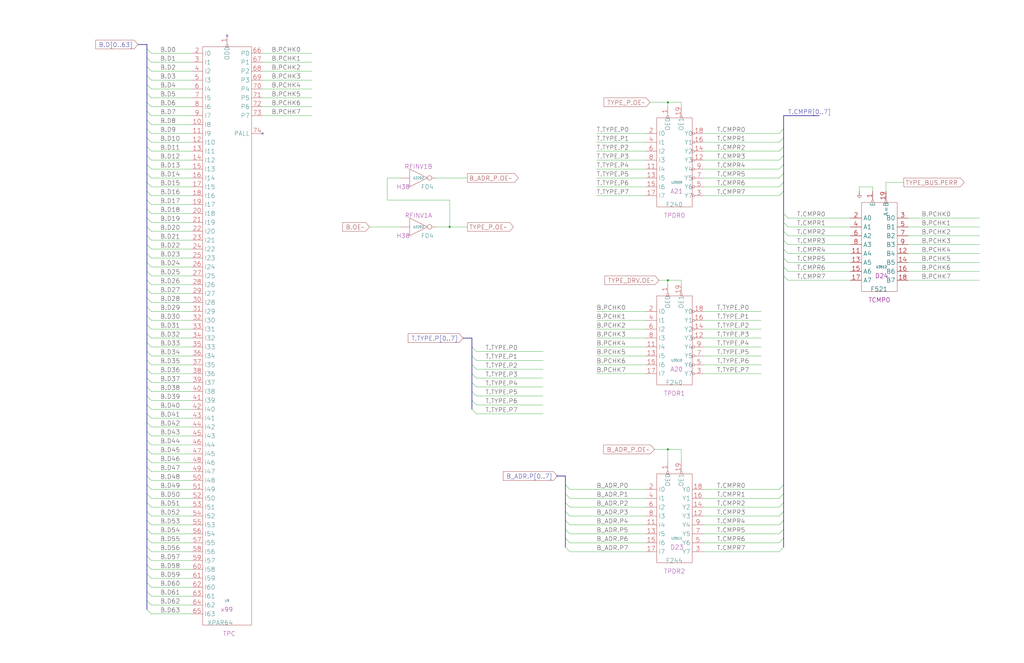
<source format=kicad_sch>
(kicad_sch (version 20230121) (generator eeschema)
  (paper "User" 584.2 378.46)
  (title_block (title "TYPE DRIVERS AND RECEIVERS\\nPARITY") (date "15-MAR-90") (rev "1.0") (comment 1 "TYPE") (comment 2 "232-003062") (comment 3 "S400") (comment 4 "RELEASED"))
  (lib_symbols
    (symbol "r1000:F04" (pin_numbers hide) (pin_names hide)
      (property "Reference" "U" (at 0 0 0))
      (property "Value" "F04" (at 1.27 -5.08 0))
      (property "Location" "___" (at -12.7 -5.08 0))
      (property "Name" "______" (at 0 5.08 0))
      (symbol "F04_0_1"
        (polyline (pts (xy -7.62 0) (xy -5.08 0)) (stroke (width 0.1524)))
        (polyline (pts (xy -5.08 5.08) (xy -5.08 -5.08)) (stroke (width 0.1524)))
        (polyline (pts (xy 5.08 0) (xy -5.08 -5.08)) (stroke (width 0.1524)))
        (polyline (pts (xy 5.08 0) (xy -5.08 5.08)) (stroke (width 0.1524)))
        (circle (center 6.35 0) (radius 1.27) (stroke (width 0.1524)))
      )
      (symbol "F04_1_1"
        (pin input line (at -10.16 0 0) (length 2.54) (name "D0") (number "1"))
        (pin output line (at 10.16 0 180) (length 2.54) (name "Q") (number "2"))
      )
    )
    (symbol "r1000:F240" (pin_names (offset 1.016))
      (property "Reference" "U" (at 2.54 5.08 0))
      (property "Value" "F240" (at -3.81 -7.62 0))
      (property "Location" "___" (at -1.27 0 0))
      (property "Name" "______" (at 1.27 -15.24 0))
      (symbol "F240_1_1"
        (rectangle (start -8.89 41.91) (end 11.43 -8.89))
        (circle (center -2.54 42.545) (radius 0.635))
        (circle (center 5.08 42.545) (radius 0.635))
        (circle (center 12.065 -2.54) (radius 0.635))
        (circle (center 12.065 2.54) (radius 0.635))
        (circle (center 12.065 7.62) (radius 0.635))
        (circle (center 12.065 12.7) (radius 0.635))
        (circle (center 12.065 17.78) (radius 0.635))
        (circle (center 12.065 22.86) (radius 0.635))
        (circle (center 12.065 27.94) (radius 0.635))
        (circle (center 12.065 33.02) (radius 0.635))
        (pin input line (at -2.54 48.26 270) (length 5.08) (name "OE0") (number "1"))
        (pin input line (at -15.24 12.7 0) (length 6.35) (name "I4") (number "11"))
        (pin tri_state line (at 17.78 17.78 180) (length 5.08) (name "Y3") (number "12"))
        (pin input line (at -15.24 7.62 0) (length 6.35) (name "I5") (number "13"))
        (pin tri_state line (at 17.78 22.86 180) (length 5.08) (name "Y2") (number "14"))
        (pin input line (at -15.24 2.54 0) (length 6.35) (name "I6") (number "15"))
        (pin tri_state line (at 17.78 27.94 180) (length 5.08) (name "Y1") (number "16"))
        (pin input line (at -15.24 -2.54 0) (length 6.35) (name "I7") (number "17"))
        (pin tri_state line (at 17.78 33.02 180) (length 5.08) (name "Y0") (number "18"))
        (pin input line (at 5.08 48.26 270) (length 5.08) (name "OE1") (number "19"))
        (pin input line (at -15.24 33.02 0) (length 6.35) (name "I0") (number "2"))
        (pin tri_state line (at 17.78 -2.54 180) (length 5.08) (name "Y7") (number "3"))
        (pin input line (at -15.24 27.94 0) (length 6.35) (name "I1") (number "4"))
        (pin tri_state line (at 17.78 2.54 180) (length 5.08) (name "Y6") (number "5"))
        (pin input line (at -15.24 22.86 0) (length 6.35) (name "I2") (number "6"))
        (pin tri_state line (at 17.78 7.62 180) (length 5.08) (name "Y5") (number "7"))
        (pin input line (at -15.24 17.78 0) (length 6.35) (name "I3") (number "8"))
        (pin tri_state line (at 17.78 12.7 180) (length 5.08) (name "Y4") (number "9"))
      )
    )
    (symbol "r1000:F244" (pin_names (offset 1.016))
      (property "Reference" "U" (at 2.54 5.08 0))
      (property "Value" "F244" (at -3.81 -7.62 0))
      (property "Location" "___" (at -1.27 0 0))
      (property "Name" "______" (at 1.27 -15.24 0))
      (symbol "F244_1_1"
        (rectangle (start -8.89 41.91) (end 11.43 -8.89))
        (circle (center -2.54 42.545) (radius 0.635))
        (circle (center 5.08 42.545) (radius 0.635))
        (pin input line (at -2.54 48.26 270) (length 5.08) (name "OE0") (number "1"))
        (pin input line (at -15.24 12.7 0) (length 6.35) (name "I4") (number "11"))
        (pin tri_state line (at 17.78 17.78 180) (length 6.35) (name "Y3") (number "12"))
        (pin input line (at -15.24 7.62 0) (length 6.35) (name "I5") (number "13"))
        (pin tri_state line (at 17.78 22.86 180) (length 6.35) (name "Y2") (number "14"))
        (pin input line (at -15.24 2.54 0) (length 6.35) (name "I6") (number "15"))
        (pin tri_state line (at 17.78 27.94 180) (length 6.35) (name "Y1") (number "16"))
        (pin input line (at -15.24 -2.54 0) (length 6.35) (name "I7") (number "17"))
        (pin tri_state line (at 17.78 33.02 180) (length 6.35) (name "Y0") (number "18"))
        (pin input line (at 5.08 48.26 270) (length 5.08) (name "OE1") (number "19"))
        (pin input line (at -15.24 33.02 0) (length 6.35) (name "I0") (number "2"))
        (pin tri_state line (at 17.78 -2.54 180) (length 6.35) (name "Y7") (number "3"))
        (pin input line (at -15.24 27.94 0) (length 6.35) (name "I1") (number "4"))
        (pin tri_state line (at 17.78 2.54 180) (length 6.35) (name "Y6") (number "5"))
        (pin input line (at -15.24 22.86 0) (length 6.35) (name "I2") (number "6"))
        (pin tri_state line (at 17.78 7.62 180) (length 6.35) (name "Y5") (number "7"))
        (pin input line (at -15.24 17.78 0) (length 6.35) (name "I3") (number "8"))
        (pin tri_state line (at 17.78 12.7 180) (length 6.35) (name "Y4") (number "9"))
      )
    )
    (symbol "r1000:F521" (pin_names (offset 1.016))
      (property "Reference" "U" (at 2.54 5.08 0))
      (property "Value" "F521" (at -3.81 -7.62 0))
      (property "Location" "___" (at -1.27 0 0))
      (property "Name" "______" (at 1.27 -15.24 0))
      (symbol "F521_1_1"
        (rectangle (start -8.89 41.91) (end 11.43 -8.89))
        (circle (center -2.54 42.545) (radius 0.635))
        (circle (center 5.08 42.545) (radius 0.635))
        (pin input line (at -2.54 48.26 270) (length 5.08) (name "E") (number "1"))
        (pin input line (at -15.24 12.7 0) (length 6.35) (name "A4") (number "11"))
        (pin input line (at 17.78 12.7 180) (length 6.35) (name "B4") (number "12"))
        (pin input line (at -15.24 7.62 0) (length 6.35) (name "A5") (number "13"))
        (pin input line (at 17.78 7.62 180) (length 6.35) (name "B5") (number "14"))
        (pin input line (at -15.24 2.54 0) (length 6.35) (name "A6") (number "15"))
        (pin input line (at 17.78 2.54 180) (length 6.35) (name "B6") (number "16"))
        (pin input line (at -15.24 -2.54 0) (length 6.35) (name "A7") (number "17"))
        (pin input line (at 17.78 -2.54 180) (length 6.35) (name "B7") (number "18"))
        (pin output line (at 5.08 48.26 270) (length 5.08) (name "A=B") (number "19"))
        (pin input line (at -15.24 33.02 0) (length 6.35) (name "A0") (number "2"))
        (pin input line (at 17.78 33.02 180) (length 6.35) (name "B0") (number "3"))
        (pin input line (at -15.24 27.94 0) (length 6.35) (name "A1") (number "4"))
        (pin input line (at 17.78 27.94 180) (length 6.35) (name "B1") (number "5"))
        (pin input line (at -15.24 22.86 0) (length 6.35) (name "A2") (number "6"))
        (pin input line (at 17.78 22.86 180) (length 6.35) (name "B2") (number "7"))
        (pin input line (at -15.24 17.78 0) (length 6.35) (name "A3") (number "8"))
        (pin input line (at 17.78 17.78 180) (length 6.35) (name "B3") (number "9"))
      )
    )
    (symbol "r1000:PD" (power) (pin_numbers hide) (pin_names hide) (in_bom no)
      (symbol "PD_0_1"
        (polyline (pts (xy 0 -2.54) (xy 1.27 -2.54) (xy 0 -3.81) (xy -1.27 -2.54) (xy 0 -2.54)) (stroke (width 0.1524)))
      )
      (symbol "PD_1_1"
        (pin power_in line (at 0 0 270) (length 2.54) (name "PD") (number "1"))
      )
    )
    (symbol "r1000:XPAR64" (pin_names (offset 1.016))
      (property "Reference" "U" (at 2.54 5.08 0))
      (property "Value" "XPAR64" (at -8.89 -7.62 0))
      (property "Location" "___" (at -1.27 0 0))
      (property "Name" "______" (at 3.81 -15.24 0))
      (symbol "XPAR64_1_1"
        (rectangle (start -11.43 321.31) (end 16.51 -8.89))
        (circle (center 2.54 321.945) (radius 0.635))
        (pin input line (at 2.54 327.66 270) (length 5.08) (name "ODD") (number "1"))
        (pin input line (at -17.78 276.86 0) (length 6.35) (name "I8") (number "10"))
        (pin input line (at -17.78 271.78 0) (length 6.35) (name "I9") (number "11"))
        (pin input line (at -17.78 266.7 0) (length 6.35) (name "I10") (number "12"))
        (pin input line (at -17.78 261.62 0) (length 6.35) (name "I11") (number "13"))
        (pin input line (at -17.78 256.54 0) (length 6.35) (name "I12") (number "14"))
        (pin input line (at -17.78 251.46 0) (length 6.35) (name "I13") (number "15"))
        (pin input line (at -17.78 246.38 0) (length 6.35) (name "I14") (number "16"))
        (pin input line (at -17.78 241.3 0) (length 6.35) (name "I15") (number "17"))
        (pin input line (at -17.78 236.22 0) (length 6.35) (name "I16") (number "18"))
        (pin input line (at -17.78 231.14 0) (length 6.35) (name "I17") (number "19"))
        (pin input line (at -17.78 317.5 0) (length 6.35) (name "I0") (number "2"))
        (pin input line (at -17.78 226.06 0) (length 6.35) (name "I18") (number "20"))
        (pin input line (at -17.78 220.98 0) (length 6.35) (name "I19") (number "21"))
        (pin input line (at -17.78 215.9 0) (length 6.35) (name "I20") (number "22"))
        (pin input line (at -17.78 210.82 0) (length 6.35) (name "I21") (number "23"))
        (pin input line (at -17.78 205.74 0) (length 6.35) (name "I22") (number "24"))
        (pin input line (at -17.78 200.66 0) (length 6.35) (name "I23") (number "25"))
        (pin input line (at -17.78 195.58 0) (length 6.35) (name "I24") (number "26"))
        (pin input line (at -17.78 190.5 0) (length 6.35) (name "I25") (number "27"))
        (pin input line (at -17.78 185.42 0) (length 6.35) (name "I26") (number "28"))
        (pin input line (at -17.78 180.34 0) (length 6.35) (name "I27") (number "29"))
        (pin input line (at -17.78 312.42 0) (length 6.35) (name "I1") (number "3"))
        (pin input line (at -17.78 175.26 0) (length 6.35) (name "I28") (number "30"))
        (pin input line (at -17.78 170.18 0) (length 6.35) (name "I29") (number "31"))
        (pin input line (at -17.78 165.1 0) (length 6.35) (name "I30") (number "32"))
        (pin input line (at -17.78 160.02 0) (length 6.35) (name "I31") (number "33"))
        (pin input line (at -17.78 154.94 0) (length 6.35) (name "I32") (number "34"))
        (pin input line (at -17.78 149.86 0) (length 6.35) (name "I33") (number "35"))
        (pin input line (at -17.78 144.78 0) (length 6.35) (name "I34") (number "36"))
        (pin input line (at -17.78 139.7 0) (length 6.35) (name "I35") (number "37"))
        (pin input line (at -17.78 134.62 0) (length 6.35) (name "I36") (number "38"))
        (pin input line (at -17.78 129.54 0) (length 6.35) (name "I37") (number "39"))
        (pin input line (at -17.78 307.34 0) (length 6.35) (name "I2") (number "4"))
        (pin input line (at -17.78 124.46 0) (length 6.35) (name "I38") (number "40"))
        (pin input line (at -17.78 119.38 0) (length 6.35) (name "I39") (number "41"))
        (pin input line (at -17.78 114.3 0) (length 6.35) (name "I40") (number "42"))
        (pin input line (at -17.78 109.22 0) (length 6.35) (name "I41") (number "43"))
        (pin input line (at -17.78 104.14 0) (length 6.35) (name "I42") (number "44"))
        (pin input line (at -17.78 99.06 0) (length 6.35) (name "I43") (number "45"))
        (pin input line (at -17.78 93.98 0) (length 6.35) (name "I44") (number "46"))
        (pin input line (at -17.78 88.9 0) (length 6.35) (name "I45") (number "47"))
        (pin input line (at -17.78 83.82 0) (length 6.35) (name "I46") (number "48"))
        (pin input line (at -17.78 78.74 0) (length 6.35) (name "I47") (number "49"))
        (pin input line (at -17.78 302.26 0) (length 6.35) (name "I3") (number "5"))
        (pin input line (at -17.78 73.66 0) (length 6.35) (name "I48") (number "50"))
        (pin input line (at -17.78 68.58 0) (length 6.35) (name "I49") (number "51"))
        (pin input line (at -17.78 63.5 0) (length 6.35) (name "I50") (number "52"))
        (pin input line (at -17.78 58.42 0) (length 6.35) (name "I51") (number "53"))
        (pin input line (at -17.78 53.34 0) (length 6.35) (name "I52") (number "54"))
        (pin input line (at -17.78 48.26 0) (length 6.35) (name "I53") (number "55"))
        (pin input line (at -17.78 43.18 0) (length 6.35) (name "I54") (number "56"))
        (pin input line (at -17.78 38.1 0) (length 6.35) (name "I55") (number "57"))
        (pin input line (at -17.78 33.02 0) (length 6.35) (name "I56") (number "58"))
        (pin input line (at -17.78 27.94 0) (length 6.35) (name "I57") (number "59"))
        (pin input line (at -17.78 297.18 0) (length 6.35) (name "I4") (number "6"))
        (pin input line (at -17.78 22.86 0) (length 6.35) (name "I58") (number "60"))
        (pin input line (at -17.78 17.78 0) (length 6.35) (name "I59") (number "61"))
        (pin input line (at -17.78 12.7 0) (length 6.35) (name "I60") (number "62"))
        (pin input line (at -17.78 7.62 0) (length 6.35) (name "I61") (number "63"))
        (pin input line (at -17.78 2.54 0) (length 6.35) (name "I62") (number "64"))
        (pin input line (at -17.78 -2.54 0) (length 6.35) (name "I63") (number "65"))
        (pin output line (at 22.86 317.5 180) (length 6.35) (name "P0") (number "66"))
        (pin output line (at 22.86 312.42 180) (length 6.35) (name "P1") (number "67"))
        (pin output line (at 22.86 307.34 180) (length 6.35) (name "P2") (number "68"))
        (pin output line (at 22.86 302.26 180) (length 6.35) (name "P3") (number "69"))
        (pin input line (at -17.78 292.1 0) (length 6.35) (name "I5") (number "7"))
        (pin output line (at 22.86 297.18 180) (length 6.35) (name "P4") (number "70"))
        (pin output line (at 22.86 292.1 180) (length 6.35) (name "P5") (number "71"))
        (pin output line (at 22.86 287.02 180) (length 6.35) (name "P6") (number "72"))
        (pin output line (at 22.86 281.94 180) (length 6.35) (name "P7") (number "73"))
        (pin output line (at 22.86 271.78 180) (length 6.35) (name "PALL") (number "74"))
        (pin input line (at -17.78 287.02 0) (length 6.35) (name "I6") (number "8"))
        (pin input line (at -17.78 281.94 0) (length 6.35) (name "I7") (number "9"))
      )
    )
  )
  (junction (at 381 256.54))
  (junction (at 381 160.02))
  (junction (at 381 58.42))
  (junction (at 256.54 129.54))
  (no_connect (at 129.54 20.32))
  (no_connect (at 149.86 76.2))
  (bus_entry (at 83.82 149.86) (size 2.54 2.54))
  (bus_entry (at 447.04 152.4) (size 2.54 2.54))
  (bus_entry (at 83.82 144.78) (size 2.54 2.54))
  (bus_entry (at 83.82 195.58) (size 2.54 2.54))
  (bus_entry (at 269.24 228.6) (size 2.54 2.54))
  (bus_entry (at 447.04 73.66) (size -2.54 2.54))
  (bus_entry (at 83.82 48.26) (size 2.54 2.54))
  (bus_entry (at 83.82 170.18) (size 2.54 2.54))
  (bus_entry (at 447.04 276.86) (size -2.54 2.54))
  (bus_entry (at 83.82 261.62) (size 2.54 2.54))
  (bus_entry (at 83.82 241.3) (size 2.54 2.54))
  (bus_entry (at 83.82 266.7) (size 2.54 2.54))
  (bus_entry (at 447.04 312.42) (size -2.54 2.54))
  (bus_entry (at 447.04 297.18) (size -2.54 2.54))
  (bus_entry (at 322.58 307.34) (size 2.54 2.54))
  (bus_entry (at 447.04 137.16) (size 2.54 2.54))
  (bus_entry (at 83.82 109.22) (size 2.54 2.54))
  (bus_entry (at 447.04 104.14) (size -2.54 2.54))
  (bus_entry (at 269.24 213.36) (size 2.54 2.54))
  (bus_entry (at 447.04 292.1) (size -2.54 2.54))
  (bus_entry (at 83.82 231.14) (size 2.54 2.54))
  (bus_entry (at 322.58 292.1) (size 2.54 2.54))
  (bus_entry (at 83.82 220.98) (size 2.54 2.54))
  (bus_entry (at 269.24 208.28) (size 2.54 2.54))
  (bus_entry (at 83.82 292.1) (size 2.54 2.54))
  (bus_entry (at 83.82 226.06) (size 2.54 2.54))
  (bus_entry (at 83.82 307.34) (size 2.54 2.54))
  (bus_entry (at 322.58 297.18) (size 2.54 2.54))
  (bus_entry (at 83.82 53.34) (size 2.54 2.54))
  (bus_entry (at 83.82 114.3) (size 2.54 2.54))
  (bus_entry (at 447.04 307.34) (size -2.54 2.54))
  (bus_entry (at 83.82 236.22) (size 2.54 2.54))
  (bus_entry (at 83.82 322.58) (size 2.54 2.54))
  (bus_entry (at 83.82 205.74) (size 2.54 2.54))
  (bus_entry (at 269.24 223.52) (size 2.54 2.54))
  (bus_entry (at 447.04 302.26) (size -2.54 2.54))
  (bus_entry (at 83.82 58.42) (size 2.54 2.54))
  (bus_entry (at 447.04 132.08) (size 2.54 2.54))
  (bus_entry (at 269.24 218.44) (size 2.54 2.54))
  (bus_entry (at 447.04 109.22) (size -2.54 2.54))
  (bus_entry (at 83.82 327.66) (size 2.54 2.54))
  (bus_entry (at 83.82 200.66) (size 2.54 2.54))
  (bus_entry (at 447.04 93.98) (size -2.54 2.54))
  (bus_entry (at 83.82 99.06) (size 2.54 2.54))
  (bus_entry (at 83.82 276.86) (size 2.54 2.54))
  (bus_entry (at 447.04 287.02) (size -2.54 2.54))
  (bus_entry (at 83.82 190.5) (size 2.54 2.54))
  (bus_entry (at 447.04 142.24) (size 2.54 2.54))
  (bus_entry (at 83.82 68.58) (size 2.54 2.54))
  (bus_entry (at 83.82 124.46) (size 2.54 2.54))
  (bus_entry (at 83.82 165.1) (size 2.54 2.54))
  (bus_entry (at 322.58 312.42) (size 2.54 2.54))
  (bus_entry (at 83.82 83.82) (size 2.54 2.54))
  (bus_entry (at 269.24 233.68) (size 2.54 2.54))
  (bus_entry (at 83.82 210.82) (size 2.54 2.54))
  (bus_entry (at 447.04 99.06) (size -2.54 2.54))
  (bus_entry (at 83.82 180.34) (size 2.54 2.54))
  (bus_entry (at 83.82 302.26) (size 2.54 2.54))
  (bus_entry (at 269.24 198.12) (size 2.54 2.54))
  (bus_entry (at 83.82 73.66) (size 2.54 2.54))
  (bus_entry (at 83.82 27.94) (size 2.54 2.54))
  (bus_entry (at 83.82 342.9) (size 2.54 2.54))
  (bus_entry (at 83.82 332.74) (size 2.54 2.54))
  (bus_entry (at 83.82 287.02) (size 2.54 2.54))
  (bus_entry (at 83.82 154.94) (size 2.54 2.54))
  (bus_entry (at 83.82 160.02) (size 2.54 2.54))
  (bus_entry (at 83.82 337.82) (size 2.54 2.54))
  (bus_entry (at 83.82 104.14) (size 2.54 2.54))
  (bus_entry (at 447.04 281.94) (size -2.54 2.54))
  (bus_entry (at 83.82 38.1) (size 2.54 2.54))
  (bus_entry (at 447.04 83.82) (size -2.54 2.54))
  (bus_entry (at 83.82 317.5) (size 2.54 2.54))
  (bus_entry (at 269.24 203.2) (size 2.54 2.54))
  (bus_entry (at 322.58 302.26) (size 2.54 2.54))
  (bus_entry (at 447.04 121.92) (size 2.54 2.54))
  (bus_entry (at 83.82 139.7) (size 2.54 2.54))
  (bus_entry (at 83.82 256.54) (size 2.54 2.54))
  (bus_entry (at 447.04 157.48) (size 2.54 2.54))
  (bus_entry (at 83.82 175.26) (size 2.54 2.54))
  (bus_entry (at 83.82 33.02) (size 2.54 2.54))
  (bus_entry (at 447.04 127) (size 2.54 2.54))
  (bus_entry (at 83.82 119.38) (size 2.54 2.54))
  (bus_entry (at 83.82 271.78) (size 2.54 2.54))
  (bus_entry (at 83.82 281.94) (size 2.54 2.54))
  (bus_entry (at 83.82 78.74) (size 2.54 2.54))
  (bus_entry (at 83.82 215.9) (size 2.54 2.54))
  (bus_entry (at 83.82 246.38) (size 2.54 2.54))
  (bus_entry (at 322.58 287.02) (size 2.54 2.54))
  (bus_entry (at 83.82 43.18) (size 2.54 2.54))
  (bus_entry (at 322.58 281.94) (size 2.54 2.54))
  (bus_entry (at 83.82 88.9) (size 2.54 2.54))
  (bus_entry (at 83.82 134.62) (size 2.54 2.54))
  (bus_entry (at 83.82 63.5) (size 2.54 2.54))
  (bus_entry (at 447.04 78.74) (size -2.54 2.54))
  (bus_entry (at 83.82 347.98) (size 2.54 2.54))
  (bus_entry (at 447.04 147.32) (size 2.54 2.54))
  (bus_entry (at 83.82 297.18) (size 2.54 2.54))
  (bus_entry (at 322.58 276.86) (size 2.54 2.54))
  (bus_entry (at 83.82 251.46) (size 2.54 2.54))
  (bus_entry (at 83.82 129.54) (size 2.54 2.54))
  (bus_entry (at 447.04 88.9) (size -2.54 2.54))
  (bus_entry (at 83.82 93.98) (size 2.54 2.54))
  (bus_entry (at 83.82 312.42) (size 2.54 2.54))
  (bus_entry (at 83.82 185.42) (size 2.54 2.54))
  (wire (pts (xy 109.22 304.8) (xy 86.36 304.8)))
  (wire (pts (xy 220.98 101.6) (xy 220.98 114.3)))
  (bus (pts (xy 447.04 109.22) (xy 447.04 121.92)))
  (bus (pts (xy 447.04 88.9) (xy 447.04 93.98)))
  (bus (pts (xy 83.82 88.9) (xy 83.82 93.98)))
  (bus (pts (xy 83.82 149.86) (xy 83.82 154.94)))
  (bus (pts (xy 269.24 203.2) (xy 269.24 208.28)))
  (wire (pts (xy 109.22 335.28) (xy 86.36 335.28)))
  (wire (pts (xy 401.32 309.88) (xy 444.5 309.88)))
  (wire (pts (xy 325.12 304.8) (xy 368.3 304.8)))
  (bus (pts (xy 269.24 208.28) (xy 269.24 213.36)))
  (bus (pts (xy 83.82 297.18) (xy 83.82 302.26)))
  (wire (pts (xy 340.36 96.52) (xy 368.3 96.52)))
  (bus (pts (xy 264.16 193.04) (xy 269.24 193.04)))
  (bus (pts (xy 83.82 276.86) (xy 83.82 281.94)))
  (bus (pts (xy 447.04 121.92) (xy 447.04 127)))
  (wire (pts (xy 109.22 182.88) (xy 86.36 182.88)))
  (bus (pts (xy 83.82 25.4) (xy 83.82 27.94)))
  (bus (pts (xy 83.82 292.1) (xy 83.82 297.18)))
  (bus (pts (xy 83.82 281.94) (xy 83.82 287.02)))
  (bus (pts (xy 83.82 139.7) (xy 83.82 144.78)))
  (wire (pts (xy 401.32 101.6) (xy 444.5 101.6)))
  (bus (pts (xy 83.82 312.42) (xy 83.82 317.5)))
  (wire (pts (xy 518.16 149.86) (xy 558.8 149.86)))
  (bus (pts (xy 83.82 251.46) (xy 83.82 256.54)))
  (bus (pts (xy 83.82 342.9) (xy 83.82 347.98)))
  (bus (pts (xy 83.82 124.46) (xy 83.82 129.54)))
  (wire (pts (xy 109.22 279.4) (xy 86.36 279.4)))
  (bus (pts (xy 447.04 99.06) (xy 447.04 104.14)))
  (wire (pts (xy 109.22 147.32) (xy 86.36 147.32)))
  (wire (pts (xy 381 160.02) (xy 388.62 160.02)))
  (wire (pts (xy 271.78 226.06) (xy 309.88 226.06)))
  (bus (pts (xy 322.58 302.26) (xy 322.58 307.34)))
  (bus (pts (xy 83.82 43.18) (xy 83.82 48.26)))
  (bus (pts (xy 83.82 63.5) (xy 83.82 68.58)))
  (bus (pts (xy 83.82 205.74) (xy 83.82 210.82)))
  (wire (pts (xy 109.22 198.12) (xy 86.36 198.12)))
  (wire (pts (xy 401.32 289.56) (xy 444.5 289.56)))
  (bus (pts (xy 83.82 114.3) (xy 83.82 119.38)))
  (wire (pts (xy 109.22 299.72) (xy 86.36 299.72)))
  (wire (pts (xy 340.36 203.2) (xy 368.3 203.2)))
  (bus (pts (xy 83.82 246.38) (xy 83.82 251.46)))
  (wire (pts (xy 149.86 55.88) (xy 177.8 55.88)))
  (wire (pts (xy 449.58 134.62) (xy 485.14 134.62)))
  (wire (pts (xy 518.16 160.02) (xy 558.8 160.02)))
  (wire (pts (xy 375.92 160.02) (xy 381 160.02)))
  (wire (pts (xy 271.78 210.82) (xy 309.88 210.82)))
  (bus (pts (xy 447.04 307.34) (xy 447.04 312.42)))
  (wire (pts (xy 109.22 330.2) (xy 86.36 330.2)))
  (wire (pts (xy 109.22 228.6) (xy 86.36 228.6)))
  (wire (pts (xy 109.22 350.52) (xy 86.36 350.52)))
  (bus (pts (xy 83.82 261.62) (xy 83.82 266.7)))
  (wire (pts (xy 109.22 269.24) (xy 86.36 269.24)))
  (bus (pts (xy 83.82 327.66) (xy 83.82 332.74)))
  (wire (pts (xy 340.36 91.44) (xy 368.3 91.44)))
  (bus (pts (xy 447.04 297.18) (xy 447.04 302.26)))
  (wire (pts (xy 340.36 182.88) (xy 368.3 182.88)))
  (wire (pts (xy 109.22 177.8) (xy 86.36 177.8)))
  (bus (pts (xy 83.82 231.14) (xy 83.82 236.22)))
  (wire (pts (xy 325.12 309.88) (xy 368.3 309.88)))
  (wire (pts (xy 401.32 203.2) (xy 434.34 203.2)))
  (wire (pts (xy 271.78 200.66) (xy 309.88 200.66)))
  (wire (pts (xy 401.32 86.36) (xy 444.5 86.36)))
  (bus (pts (xy 83.82 195.58) (xy 83.82 200.66)))
  (wire (pts (xy 149.86 60.96) (xy 177.8 60.96)))
  (wire (pts (xy 381 58.42) (xy 388.62 58.42)))
  (wire (pts (xy 109.22 289.56) (xy 86.36 289.56)))
  (wire (pts (xy 325.12 299.72) (xy 368.3 299.72)))
  (bus (pts (xy 269.24 228.6) (xy 269.24 233.68)))
  (wire (pts (xy 109.22 30.48) (xy 86.36 30.48)))
  (wire (pts (xy 325.12 294.64) (xy 368.3 294.64)))
  (wire (pts (xy 220.98 114.3) (xy 256.54 114.3)))
  (wire (pts (xy 340.36 101.6) (xy 368.3 101.6)))
  (bus (pts (xy 269.24 223.52) (xy 269.24 228.6)))
  (wire (pts (xy 401.32 182.88) (xy 434.34 182.88)))
  (wire (pts (xy 248.92 101.6) (xy 266.7 101.6)))
  (wire (pts (xy 109.22 243.84) (xy 86.36 243.84)))
  (wire (pts (xy 109.22 91.44) (xy 86.36 91.44)))
  (wire (pts (xy 109.22 248.92) (xy 86.36 248.92)))
  (bus (pts (xy 447.04 281.94) (xy 447.04 287.02)))
  (bus (pts (xy 83.82 83.82) (xy 83.82 88.9)))
  (wire (pts (xy 109.22 309.88) (xy 86.36 309.88)))
  (bus (pts (xy 83.82 287.02) (xy 83.82 292.1)))
  (wire (pts (xy 401.32 294.64) (xy 444.5 294.64)))
  (wire (pts (xy 109.22 274.32) (xy 86.36 274.32)))
  (bus (pts (xy 269.24 193.04) (xy 269.24 198.12)))
  (wire (pts (xy 109.22 254) (xy 86.36 254)))
  (bus (pts (xy 83.82 307.34) (xy 83.82 312.42)))
  (wire (pts (xy 149.86 50.8) (xy 177.8 50.8)))
  (wire (pts (xy 248.92 129.54) (xy 256.54 129.54)))
  (wire (pts (xy 388.62 256.54) (xy 381 256.54)))
  (wire (pts (xy 518.16 154.94) (xy 558.8 154.94)))
  (wire (pts (xy 109.22 233.68) (xy 86.36 233.68)))
  (bus (pts (xy 447.04 292.1) (xy 447.04 297.18)))
  (wire (pts (xy 109.22 162.56) (xy 86.36 162.56)))
  (wire (pts (xy 505.46 109.22) (xy 505.46 104.14)))
  (wire (pts (xy 449.58 139.7) (xy 485.14 139.7)))
  (wire (pts (xy 518.16 124.46) (xy 558.8 124.46)))
  (bus (pts (xy 317.5 271.78) (xy 322.58 271.78)))
  (bus (pts (xy 83.82 134.62) (xy 83.82 139.7)))
  (bus (pts (xy 83.82 185.42) (xy 83.82 190.5)))
  (wire (pts (xy 109.22 142.24) (xy 86.36 142.24)))
  (bus (pts (xy 83.82 236.22) (xy 83.82 241.3)))
  (wire (pts (xy 340.36 106.68) (xy 368.3 106.68)))
  (wire (pts (xy 271.78 220.98) (xy 309.88 220.98)))
  (wire (pts (xy 388.62 60.96) (xy 388.62 58.42)))
  (bus (pts (xy 322.58 307.34) (xy 322.58 312.42)))
  (bus (pts (xy 447.04 66.04) (xy 447.04 73.66)))
  (bus (pts (xy 447.04 142.24) (xy 447.04 147.32)))
  (bus (pts (xy 83.82 165.1) (xy 83.82 170.18)))
  (wire (pts (xy 340.36 213.36) (xy 368.3 213.36)))
  (bus (pts (xy 83.82 337.82) (xy 83.82 342.9)))
  (bus (pts (xy 83.82 73.66) (xy 83.82 78.74)))
  (wire (pts (xy 109.22 223.52) (xy 86.36 223.52)))
  (wire (pts (xy 109.22 340.36) (xy 86.36 340.36)))
  (wire (pts (xy 149.86 30.48) (xy 177.8 30.48)))
  (wire (pts (xy 109.22 132.08) (xy 86.36 132.08)))
  (wire (pts (xy 109.22 81.28) (xy 86.36 81.28)))
  (wire (pts (xy 490.22 109.22) (xy 490.22 106.68)))
  (wire (pts (xy 401.32 106.68) (xy 444.5 106.68)))
  (wire (pts (xy 271.78 205.74) (xy 309.88 205.74)))
  (wire (pts (xy 401.32 314.96) (xy 444.5 314.96)))
  (bus (pts (xy 83.82 38.1) (xy 83.82 43.18)))
  (wire (pts (xy 109.22 208.28) (xy 86.36 208.28)))
  (wire (pts (xy 388.62 264.16) (xy 388.62 256.54)))
  (wire (pts (xy 401.32 81.28) (xy 444.5 81.28)))
  (bus (pts (xy 447.04 93.98) (xy 447.04 99.06)))
  (wire (pts (xy 109.22 167.64) (xy 86.36 167.64)))
  (wire (pts (xy 505.46 104.14) (xy 515.62 104.14)))
  (bus (pts (xy 322.58 287.02) (xy 322.58 292.1)))
  (bus (pts (xy 447.04 157.48) (xy 447.04 276.86)))
  (bus (pts (xy 83.82 190.5) (xy 83.82 195.58)))
  (wire (pts (xy 325.12 289.56) (xy 368.3 289.56)))
  (wire (pts (xy 228.6 101.6) (xy 220.98 101.6)))
  (wire (pts (xy 340.36 187.96) (xy 368.3 187.96)))
  (wire (pts (xy 381 60.96) (xy 381 58.42)))
  (wire (pts (xy 340.36 193.04) (xy 368.3 193.04)))
  (bus (pts (xy 447.04 73.66) (xy 447.04 78.74)))
  (wire (pts (xy 109.22 345.44) (xy 86.36 345.44)))
  (wire (pts (xy 340.36 177.8) (xy 368.3 177.8)))
  (wire (pts (xy 401.32 177.8) (xy 434.34 177.8)))
  (wire (pts (xy 109.22 203.2) (xy 86.36 203.2)))
  (bus (pts (xy 447.04 127) (xy 447.04 132.08)))
  (bus (pts (xy 83.82 256.54) (xy 83.82 261.62)))
  (wire (pts (xy 109.22 259.08) (xy 86.36 259.08)))
  (bus (pts (xy 83.82 271.78) (xy 83.82 276.86)))
  (bus (pts (xy 83.82 27.94) (xy 83.82 33.02)))
  (bus (pts (xy 83.82 226.06) (xy 83.82 231.14)))
  (bus (pts (xy 83.82 144.78) (xy 83.82 149.86)))
  (wire (pts (xy 340.36 208.28) (xy 368.3 208.28)))
  (wire (pts (xy 518.16 129.54) (xy 558.8 129.54)))
  (bus (pts (xy 83.82 78.74) (xy 83.82 83.82)))
  (wire (pts (xy 109.22 137.16) (xy 86.36 137.16)))
  (bus (pts (xy 83.82 180.34) (xy 83.82 185.42)))
  (wire (pts (xy 109.22 121.92) (xy 86.36 121.92)))
  (bus (pts (xy 83.82 93.98) (xy 83.82 99.06)))
  (wire (pts (xy 449.58 160.02) (xy 485.14 160.02)))
  (bus (pts (xy 83.82 58.42) (xy 83.82 63.5)))
  (wire (pts (xy 109.22 106.68) (xy 86.36 106.68)))
  (bus (pts (xy 447.04 302.26) (xy 447.04 307.34)))
  (wire (pts (xy 109.22 213.36) (xy 86.36 213.36)))
  (bus (pts (xy 83.82 200.66) (xy 83.82 205.74)))
  (wire (pts (xy 401.32 111.76) (xy 444.5 111.76)))
  (bus (pts (xy 83.82 99.06) (xy 83.82 104.14)))
  (bus (pts (xy 83.82 68.58) (xy 83.82 73.66)))
  (bus (pts (xy 83.82 322.58) (xy 83.82 327.66)))
  (wire (pts (xy 149.86 66.04) (xy 177.8 66.04)))
  (wire (pts (xy 109.22 284.48) (xy 86.36 284.48)))
  (bus (pts (xy 269.24 213.36) (xy 269.24 218.44)))
  (bus (pts (xy 83.82 170.18) (xy 83.82 175.26)))
  (wire (pts (xy 401.32 208.28) (xy 434.34 208.28)))
  (bus (pts (xy 447.04 83.82) (xy 447.04 88.9)))
  (wire (pts (xy 271.78 215.9) (xy 309.88 215.9)))
  (wire (pts (xy 401.32 198.12) (xy 434.34 198.12)))
  (bus (pts (xy 269.24 218.44) (xy 269.24 223.52)))
  (wire (pts (xy 109.22 320.04) (xy 86.36 320.04)))
  (bus (pts (xy 83.82 48.26) (xy 83.82 53.34)))
  (bus (pts (xy 83.82 104.14) (xy 83.82 109.22)))
  (wire (pts (xy 401.32 91.44) (xy 444.5 91.44)))
  (wire (pts (xy 271.78 236.22) (xy 309.88 236.22)))
  (wire (pts (xy 109.22 35.56) (xy 86.36 35.56)))
  (wire (pts (xy 449.58 149.86) (xy 485.14 149.86)))
  (wire (pts (xy 109.22 152.4) (xy 86.36 152.4)))
  (bus (pts (xy 322.58 281.94) (xy 322.58 287.02)))
  (wire (pts (xy 340.36 86.36) (xy 368.3 86.36)))
  (wire (pts (xy 401.32 193.04) (xy 434.34 193.04)))
  (wire (pts (xy 449.58 129.54) (xy 485.14 129.54)))
  (wire (pts (xy 340.36 198.12) (xy 368.3 198.12)))
  (bus (pts (xy 447.04 287.02) (xy 447.04 292.1)))
  (wire (pts (xy 149.86 35.56) (xy 177.8 35.56)))
  (bus (pts (xy 447.04 104.14) (xy 447.04 109.22)))
  (wire (pts (xy 401.32 187.96) (xy 434.34 187.96)))
  (wire (pts (xy 109.22 116.84) (xy 86.36 116.84)))
  (wire (pts (xy 109.22 193.04) (xy 86.36 193.04)))
  (wire (pts (xy 109.22 71.12) (xy 86.36 71.12)))
  (bus (pts (xy 447.04 132.08) (xy 447.04 137.16)))
  (bus (pts (xy 83.82 210.82) (xy 83.82 215.9)))
  (wire (pts (xy 518.16 144.78) (xy 558.8 144.78)))
  (wire (pts (xy 381 256.54) (xy 373.38 256.54)))
  (bus (pts (xy 83.82 160.02) (xy 83.82 165.1)))
  (wire (pts (xy 109.22 172.72) (xy 86.36 172.72)))
  (wire (pts (xy 256.54 129.54) (xy 266.7 129.54)))
  (bus (pts (xy 322.58 271.78) (xy 322.58 276.86)))
  (wire (pts (xy 370.84 58.42) (xy 381 58.42)))
  (wire (pts (xy 381 264.16) (xy 381 256.54)))
  (bus (pts (xy 83.82 53.34) (xy 83.82 58.42)))
  (bus (pts (xy 83.82 302.26) (xy 83.82 307.34)))
  (bus (pts (xy 83.82 332.74) (xy 83.82 337.82)))
  (wire (pts (xy 449.58 124.46) (xy 485.14 124.46)))
  (bus (pts (xy 78.74 25.4) (xy 83.82 25.4)))
  (bus (pts (xy 447.04 137.16) (xy 447.04 142.24)))
  (wire (pts (xy 401.32 284.48) (xy 444.5 284.48)))
  (bus (pts (xy 447.04 66.04) (xy 467.36 66.04)))
  (wire (pts (xy 149.86 40.64) (xy 177.8 40.64)))
  (bus (pts (xy 447.04 147.32) (xy 447.04 152.4)))
  (wire (pts (xy 109.22 55.88) (xy 86.36 55.88)))
  (bus (pts (xy 83.82 154.94) (xy 83.82 160.02)))
  (wire (pts (xy 149.86 45.72) (xy 177.8 45.72)))
  (wire (pts (xy 109.22 238.76) (xy 86.36 238.76)))
  (bus (pts (xy 83.82 241.3) (xy 83.82 246.38)))
  (wire (pts (xy 210.82 129.54) (xy 228.6 129.54)))
  (bus (pts (xy 269.24 198.12) (xy 269.24 203.2)))
  (bus (pts (xy 447.04 276.86) (xy 447.04 281.94)))
  (wire (pts (xy 325.12 279.4) (xy 368.3 279.4)))
  (wire (pts (xy 401.32 279.4) (xy 444.5 279.4)))
  (wire (pts (xy 109.22 45.72) (xy 86.36 45.72)))
  (wire (pts (xy 401.32 213.36) (xy 434.34 213.36)))
  (wire (pts (xy 109.22 50.8) (xy 86.36 50.8)))
  (bus (pts (xy 83.82 266.7) (xy 83.82 271.78)))
  (wire (pts (xy 109.22 157.48) (xy 86.36 157.48)))
  (wire (pts (xy 401.32 304.8) (xy 444.5 304.8)))
  (wire (pts (xy 497.84 109.22) (xy 497.84 106.68)))
  (wire (pts (xy 109.22 60.96) (xy 86.36 60.96)))
  (bus (pts (xy 447.04 152.4) (xy 447.04 157.48)))
  (bus (pts (xy 83.82 119.38) (xy 83.82 124.46)))
  (bus (pts (xy 83.82 317.5) (xy 83.82 322.58)))
  (bus (pts (xy 322.58 297.18) (xy 322.58 302.26)))
  (wire (pts (xy 401.32 76.2) (xy 444.5 76.2)))
  (bus (pts (xy 83.82 33.02) (xy 83.82 38.1)))
  (wire (pts (xy 109.22 86.36) (xy 86.36 86.36)))
  (bus (pts (xy 83.82 129.54) (xy 83.82 134.62)))
  (wire (pts (xy 340.36 81.28) (xy 368.3 81.28)))
  (bus (pts (xy 83.82 220.98) (xy 83.82 226.06)))
  (wire (pts (xy 388.62 162.56) (xy 388.62 160.02)))
  (wire (pts (xy 340.36 76.2) (xy 368.3 76.2)))
  (wire (pts (xy 109.22 187.96) (xy 86.36 187.96)))
  (wire (pts (xy 109.22 40.64) (xy 86.36 40.64)))
  (bus (pts (xy 83.82 109.22) (xy 83.82 114.3)))
  (wire (pts (xy 109.22 96.52) (xy 86.36 96.52)))
  (wire (pts (xy 401.32 299.72) (xy 444.5 299.72)))
  (wire (pts (xy 271.78 231.14) (xy 309.88 231.14)))
  (wire (pts (xy 109.22 314.96) (xy 86.36 314.96)))
  (wire (pts (xy 325.12 314.96) (xy 368.3 314.96)))
  (wire (pts (xy 109.22 111.76) (xy 86.36 111.76)))
  (wire (pts (xy 518.16 134.62) (xy 558.8 134.62)))
  (wire (pts (xy 325.12 284.48) (xy 368.3 284.48)))
  (wire (pts (xy 449.58 144.78) (xy 485.14 144.78)))
  (wire (pts (xy 109.22 127) (xy 86.36 127)))
  (wire (pts (xy 109.22 101.6) (xy 86.36 101.6)))
  (wire (pts (xy 109.22 218.44) (xy 86.36 218.44)))
  (wire (pts (xy 381 160.02) (xy 381 162.56)))
  (wire (pts (xy 256.54 114.3) (xy 256.54 129.54)))
  (wire (pts (xy 340.36 111.76) (xy 368.3 111.76)))
  (wire (pts (xy 401.32 96.52) (xy 444.5 96.52)))
  (bus (pts (xy 83.82 215.9) (xy 83.82 220.98)))
  (bus (pts (xy 322.58 276.86) (xy 322.58 281.94)))
  (bus (pts (xy 447.04 78.74) (xy 447.04 83.82)))
  (wire (pts (xy 109.22 76.2) (xy 86.36 76.2)))
  (wire (pts (xy 449.58 154.94) (xy 485.14 154.94)))
  (wire (pts (xy 109.22 264.16) (xy 86.36 264.16)))
  (bus (pts (xy 83.82 175.26) (xy 83.82 180.34)))
  (wire (pts (xy 109.22 325.12) (xy 86.36 325.12)))
  (wire (pts (xy 109.22 66.04) (xy 86.36 66.04)))
  (wire (pts (xy 490.22 106.68) (xy 497.84 106.68)))
  (wire (pts (xy 518.16 139.7) (xy 558.8 139.7)))
  (wire (pts (xy 109.22 294.64) (xy 86.36 294.64)))
  (bus (pts (xy 322.58 292.1) (xy 322.58 297.18)))
  (label "B.PCHK0" (at 154.94 30.48 0) (effects (font (size 2.54 2.54))))
  (label "B.D45" (at 91.44 259.08 0) (effects (font (size 2.54 2.54))))
  (label "B.PCHK3" (at 340.36 193.04 0) (effects (font (size 2.54 2.54))))
  (label "T.CMPR0" (at 408.94 76.2 0) (effects (font (size 2.54 2.54))))
  (label "B.PCHK6" (at 525.78 154.94 0) (effects (font (size 2.54 2.54))))
  (label "B.D63" (at 91.44 350.52 0) (effects (font (size 2.54 2.54))))
  (label "T.CMPR0" (at 454.66 124.46 0) (effects (font (size 2.54 2.54))))
  (label "B.D54" (at 91.44 304.8 0) (effects (font (size 2.54 2.54))))
  (label "B.D15" (at 91.44 106.68 0) (effects (font (size 2.54 2.54))))
  (label "B.PCHK5" (at 154.94 55.88 0) (effects (font (size 2.54 2.54))))
  (label "T.CMPR2" (at 408.94 86.36 0) (effects (font (size 2.54 2.54))))
  (label "B.D41" (at 91.44 238.76 0) (effects (font (size 2.54 2.54))))
  (label "T.CMPR1" (at 408.94 284.48 0) (effects (font (size 2.54 2.54))))
  (label "B.D14" (at 91.44 101.6 0) (effects (font (size 2.54 2.54))))
  (label "T.CMPR6" (at 408.94 106.68 0) (effects (font (size 2.54 2.54))))
  (label "B.PCHK0" (at 340.36 177.8 0) (effects (font (size 2.54 2.54))))
  (label "T.TYPE.P5" (at 408.94 203.2 0) (effects (font (size 2.54 2.54))))
  (label "T.CMPR3" (at 408.94 294.64 0) (effects (font (size 2.54 2.54))))
  (label "B_ADR.P7" (at 340.36 314.96 0) (effects (font (size 2.54 2.54))))
  (label "B.PCHK5" (at 525.78 149.86 0) (effects (font (size 2.54 2.54))))
  (label "B.D25" (at 91.44 157.48 0) (effects (font (size 2.54 2.54))))
  (label "T.TYPE.P1" (at 276.86 205.74 0) (effects (font (size 2.54 2.54))))
  (label "B.D23" (at 91.44 147.32 0) (effects (font (size 2.54 2.54))))
  (label "B.D5" (at 91.44 55.88 0) (effects (font (size 2.54 2.54))))
  (label "B.D19" (at 91.44 127 0) (effects (font (size 2.54 2.54))))
  (label "B.D18" (at 91.44 121.92 0) (effects (font (size 2.54 2.54))))
  (label "T.CMPR3" (at 454.66 139.7 0) (effects (font (size 2.54 2.54))))
  (label "B.D40" (at 91.44 233.68 0) (effects (font (size 2.54 2.54))))
  (label "T.TYPE.P6" (at 276.86 231.14 0) (effects (font (size 2.54 2.54))))
  (label "B.D33" (at 91.44 198.12 0) (effects (font (size 2.54 2.54))))
  (label "T.CMPR2" (at 454.66 134.62 0) (effects (font (size 2.54 2.54))))
  (label "B.D11" (at 91.44 86.36 0) (effects (font (size 2.54 2.54))))
  (label "B.D0" (at 91.44 30.48 0) (effects (font (size 2.54 2.54))))
  (label "B.D55" (at 91.44 309.88 0) (effects (font (size 2.54 2.54))))
  (label "B.D50" (at 91.44 284.48 0) (effects (font (size 2.54 2.54))))
  (label "T.TYPE.P4" (at 340.36 96.52 0) (effects (font (size 2.54 2.54))))
  (label "T.CMPR7" (at 408.94 314.96 0) (effects (font (size 2.54 2.54))))
  (label "B.PCHK1" (at 340.36 182.88 0) (effects (font (size 2.54 2.54))))
  (label "T.CMPR7" (at 454.66 160.02 0) (effects (font (size 2.54 2.54))))
  (label "B.PCHK7" (at 340.36 213.36 0) (effects (font (size 2.54 2.54))))
  (label "B.D37" (at 91.44 218.44 0) (effects (font (size 2.54 2.54))))
  (label "T.TYPE.P5" (at 276.86 226.06 0) (effects (font (size 2.54 2.54))))
  (label "B_ADR.P4" (at 340.36 299.72 0) (effects (font (size 2.54 2.54))))
  (label "T.CMPR3" (at 408.94 91.44 0) (effects (font (size 2.54 2.54))))
  (label "B.D32" (at 91.44 193.04 0) (effects (font (size 2.54 2.54))))
  (label "B.D22" (at 91.44 142.24 0) (effects (font (size 2.54 2.54))))
  (label "T.TYPE.P1" (at 408.94 182.88 0) (effects (font (size 2.54 2.54))))
  (label "T.CMPR5" (at 408.94 101.6 0) (effects (font (size 2.54 2.54))))
  (label "B.D29" (at 91.44 177.8 0) (effects (font (size 2.54 2.54))))
  (label "B.D21" (at 91.44 137.16 0) (effects (font (size 2.54 2.54))))
  (label "T.TYPE.P3" (at 340.36 91.44 0) (effects (font (size 2.54 2.54))))
  (label "T.TYPE.P3" (at 276.86 215.9 0) (effects (font (size 2.54 2.54))))
  (label "B.PCHK2" (at 525.78 134.62 0) (effects (font (size 2.54 2.54))))
  (label "T.CMPR1" (at 408.94 81.28 0) (effects (font (size 2.54 2.54))))
  (label "B.D7" (at 91.44 66.04 0) (effects (font (size 2.54 2.54))))
  (label "B_ADR.P5" (at 340.36 304.8 0) (effects (font (size 2.54 2.54))))
  (label "T.CMPR4" (at 408.94 299.72 0) (effects (font (size 2.54 2.54))))
  (label "B.D28" (at 91.44 172.72 0) (effects (font (size 2.54 2.54))))
  (label "B.D17" (at 91.44 116.84 0) (effects (font (size 2.54 2.54))))
  (label "B.D44" (at 91.44 254 0) (effects (font (size 2.54 2.54))))
  (label "B.D34" (at 91.44 203.2 0) (effects (font (size 2.54 2.54))))
  (label "B.D31" (at 91.44 187.96 0) (effects (font (size 2.54 2.54))))
  (label "B.PCHK3" (at 154.94 45.72 0) (effects (font (size 2.54 2.54))))
  (label "B.D58" (at 91.44 325.12 0) (effects (font (size 2.54 2.54))))
  (label "T.CMPR6" (at 454.66 154.94 0) (effects (font (size 2.54 2.54))))
  (label "B_ADR.P0" (at 340.36 279.4 0) (effects (font (size 2.54 2.54))))
  (label "T.CMPR0" (at 408.94 279.4 0) (effects (font (size 2.54 2.54))))
  (label "B.D1" (at 91.44 35.56 0) (effects (font (size 2.54 2.54))))
  (label "B.PCHK6" (at 154.94 60.96 0) (effects (font (size 2.54 2.54))))
  (label "B.D48" (at 91.44 274.32 0) (effects (font (size 2.54 2.54))))
  (label "B.D42" (at 91.44 243.84 0) (effects (font (size 2.54 2.54))))
  (label "B.D56" (at 91.44 314.96 0) (effects (font (size 2.54 2.54))))
  (label "T.TYPE.P6" (at 408.94 208.28 0) (effects (font (size 2.54 2.54))))
  (label "B_ADR.P1" (at 340.36 284.48 0) (effects (font (size 2.54 2.54))))
  (label "T.TYPE.P3" (at 408.94 193.04 0) (effects (font (size 2.54 2.54))))
  (label "B.D59" (at 91.44 330.2 0) (effects (font (size 2.54 2.54))))
  (label "B.D27" (at 91.44 167.64 0) (effects (font (size 2.54 2.54))))
  (label "B.D26" (at 91.44 162.56 0) (effects (font (size 2.54 2.54))))
  (label "B.D61" (at 91.44 340.36 0) (effects (font (size 2.54 2.54))))
  (label "B.D60" (at 91.44 335.28 0) (effects (font (size 2.54 2.54))))
  (label "B.D38" (at 91.44 223.52 0) (effects (font (size 2.54 2.54))))
  (label "B.D35" (at 91.44 208.28 0) (effects (font (size 2.54 2.54))))
  (label "B.D57" (at 91.44 320.04 0) (effects (font (size 2.54 2.54))))
  (label "B.D13" (at 91.44 96.52 0) (effects (font (size 2.54 2.54))))
  (label "B.D12" (at 91.44 91.44 0) (effects (font (size 2.54 2.54))))
  (label "B.PCHK1" (at 525.78 129.54 0) (effects (font (size 2.54 2.54))))
  (label "B.D8" (at 91.44 71.12 0) (effects (font (size 2.54 2.54))))
  (label "B.PCHK7" (at 154.94 66.04 0) (effects (font (size 2.54 2.54))))
  (label "B.D3" (at 91.44 45.72 0) (effects (font (size 2.54 2.54))))
  (label "T.TYPE.P2" (at 408.94 187.96 0) (effects (font (size 2.54 2.54))))
  (label "B.D46" (at 91.44 264.16 0) (effects (font (size 2.54 2.54))))
  (label "B.PCHK2" (at 154.94 40.64 0) (effects (font (size 2.54 2.54))))
  (label "T.TYPE.P7" (at 340.36 111.76 0) (effects (font (size 2.54 2.54))))
  (label "B.D52" (at 91.44 294.64 0) (effects (font (size 2.54 2.54))))
  (label "B.PCHK4" (at 525.78 144.78 0) (effects (font (size 2.54 2.54))))
  (label "T.CMPR5" (at 408.94 304.8 0) (effects (font (size 2.54 2.54))))
  (label "B.D39" (at 91.44 228.6 0) (effects (font (size 2.54 2.54))))
  (label "T.TYPE.P0" (at 408.94 177.8 0) (effects (font (size 2.54 2.54))))
  (label "T.CMPR7" (at 408.94 111.76 0) (effects (font (size 2.54 2.54))))
  (label "T.TYPE.P4" (at 276.86 220.98 0) (effects (font (size 2.54 2.54))))
  (label "B.D53" (at 91.44 299.72 0) (effects (font (size 2.54 2.54))))
  (label "T.CMPR4" (at 454.66 144.78 0) (effects (font (size 2.54 2.54))))
  (label "B.D36" (at 91.44 213.36 0) (effects (font (size 2.54 2.54))))
  (label "T.TYPE.P6" (at 340.36 106.68 0) (effects (font (size 2.54 2.54))))
  (label "T.TYPE.P0" (at 340.36 76.2 0) (effects (font (size 2.54 2.54))))
  (label "B.PCHK7" (at 525.78 160.02 0) (effects (font (size 2.54 2.54))))
  (label "B.D16" (at 91.44 111.76 0) (effects (font (size 2.54 2.54))))
  (label "T.CMPR6" (at 408.94 309.88 0) (effects (font (size 2.54 2.54))))
  (label "T.TYPE.P2" (at 340.36 86.36 0) (effects (font (size 2.54 2.54))))
  (label "B.D24" (at 91.44 152.4 0) (effects (font (size 2.54 2.54))))
  (label "T.TYPE.P7" (at 408.94 213.36 0) (effects (font (size 2.54 2.54))))
  (label "T.TYPE.P4" (at 408.94 198.12 0) (effects (font (size 2.54 2.54))))
  (label "B.D9" (at 91.44 76.2 0) (effects (font (size 2.54 2.54))))
  (label "B_ADR.P2" (at 340.36 289.56 0) (effects (font (size 2.54 2.54))))
  (label "B.D49" (at 91.44 279.4 0) (effects (font (size 2.54 2.54))))
  (label "T.TYPE.P0" (at 276.86 200.66 0) (effects (font (size 2.54 2.54))))
  (label "B.PCHK4" (at 154.94 50.8 0) (effects (font (size 2.54 2.54))))
  (label "T.TYPE.P5" (at 340.36 101.6 0) (effects (font (size 2.54 2.54))))
  (label "B.PCHK0" (at 525.78 124.46 0) (effects (font (size 2.54 2.54))))
  (label "T.TYPE.P2" (at 276.86 210.82 0) (effects (font (size 2.54 2.54))))
  (label "T.TYPE.P7" (at 276.86 236.22 0) (effects (font (size 2.54 2.54))))
  (label "B.D51" (at 91.44 289.56 0) (effects (font (size 2.54 2.54))))
  (label "B.D43" (at 91.44 248.92 0) (effects (font (size 2.54 2.54))))
  (label "B_ADR.P3" (at 340.36 294.64 0) (effects (font (size 2.54 2.54))))
  (label "B.PCHK3" (at 525.78 139.7 0) (effects (font (size 2.54 2.54))))
  (label "B.PCHK1" (at 154.94 35.56 0) (effects (font (size 2.54 2.54))))
  (label "B.PCHK2" (at 340.36 187.96 0) (effects (font (size 2.54 2.54))))
  (label "T.TYPE.P1" (at 340.36 81.28 0) (effects (font (size 2.54 2.54))))
  (label "T.CMPR2" (at 408.94 289.56 0) (effects (font (size 2.54 2.54))))
  (label "B.D47" (at 91.44 269.24 0) (effects (font (size 2.54 2.54))))
  (label "T.CMPR5" (at 454.66 149.86 0) (effects (font (size 2.54 2.54))))
  (label "T.CMPR4" (at 408.94 96.52 0) (effects (font (size 2.54 2.54))))
  (label "B.D30" (at 91.44 182.88 0) (effects (font (size 2.54 2.54))))
  (label "T.CMPR[0..7]" (at 449.58 66.04 0) (effects (font (size 2.54 2.54))))
  (label "T.CMPR1" (at 454.66 129.54 0) (effects (font (size 2.54 2.54))))
  (label "B.D62" (at 91.44 345.44 0) (effects (font (size 2.54 2.54))))
  (label "B_ADR.P6" (at 340.36 309.88 0) (effects (font (size 2.54 2.54))))
  (label "B.D20" (at 91.44 132.08 0) (effects (font (size 2.54 2.54))))
  (label "B.D10" (at 91.44 81.28 0) (effects (font (size 2.54 2.54))))
  (label "B.PCHK4" (at 340.36 198.12 0) (effects (font (size 2.54 2.54))))
  (label "B.D6" (at 91.44 60.96 0) (effects (font (size 2.54 2.54))))
  (label "B.D2" (at 91.44 40.64 0) (effects (font (size 2.54 2.54))))
  (label "B.PCHK5" (at 340.36 203.2 0) (effects (font (size 2.54 2.54))))
  (label "B.D4" (at 91.44 50.8 0) (effects (font (size 2.54 2.54))))
  (label "B.PCHK6" (at 340.36 208.28 0) (effects (font (size 2.54 2.54))))
  (global_label "TYPE_P.OE~" (shape output) (at 266.7 129.54 0) (effects (font (size 2.54 2.54))) (property "Intersheetrefs" "${INTERSHEET_REFS}" (at 292.9346 129.3813 0) (effects (font (size 1.905 1.905)) (justify left))))
  (global_label "T.TYPE.P[0..7]" (shape input) (at 264.16 193.04 180) (effects (font (size 2.54 2.54))) (property "Intersheetrefs" "${INTERSHEET_REFS}" (at 232.8454 192.8813 0) (effects (font (size 1.905 1.905)) (justify right))))
  (global_label "B_ADR_P.OE~" (shape input) (at 373.38 256.54 180) (effects (font (size 2.54 2.54))) (property "Intersheetrefs" "${INTERSHEET_REFS}" (at 344.3635 256.3813 0) (effects (font (size 1.905 1.905)) (justify right))))
  (global_label "B_ADR_P.OE~" (shape output) (at 266.7 101.6 0) (effects (font (size 2.54 2.54))) (property "Intersheetrefs" "${INTERSHEET_REFS}" (at 295.7165 101.4413 0) (effects (font (size 1.905 1.905)) (justify left))))
  (global_label "B.OE~" (shape input) (at 210.82 129.54 180) (effects (font (size 2.54 2.54))) (property "Intersheetrefs" "${INTERSHEET_REFS}" (at 195.4711 129.3813 0) (effects (font (size 1.905 1.905)) (justify right))))
  (global_label "TYPE_P.OE~" (shape input) (at 370.84 58.42 180) (effects (font (size 2.54 2.54))) (property "Intersheetrefs" "${INTERSHEET_REFS}" (at 344.6054 58.2613 0) (effects (font (size 1.905 1.905)) (justify right))))
  (global_label "TYPE_BUS.PERR" (shape output) (at 515.62 104.14 0) (effects (font (size 2.54 2.54))) (property "Intersheetrefs" "${INTERSHEET_REFS}" (at 550.0793 103.9813 0) (effects (font (size 1.905 1.905)) (justify left))))
  (global_label "B_ADR.P[0..7]" (shape input) (at 318.0315 271.78 180) (effects (font (size 2.54 2.54))) (property "Intersheetrefs" "${INTERSHEET_REFS}" (at 287.0798 271.6213 0) (effects (font (size 1.905 1.905)) (justify right))))
  (global_label "TYPE_DRV.OE~" (shape input) (at 375.92 160.02 180) (effects (font (size 2.54 2.54))) (property "Intersheetrefs" "${INTERSHEET_REFS}" (at 344.9683 159.8613 0) (effects (font (size 1.905 1.905)) (justify right))))
  (global_label "B.D[0..63]" (shape input) (at 78.74 25.4 180) (effects (font (size 2.54 2.54))) (property "Intersheetrefs" "${INTERSHEET_REFS}" (at 53.895 25.4 0) (effects (font (size 1.905 1.905)) (justify right))))
  (symbol (lib_id "r1000:F04") (at 238.76 129.54 0) (unit 1)
    (property "Reference" "U2203" (at 238.76 129.54 0))
    (property "Value" "F04" (at 240.03 134.62 0) (effects (font (size 2.54 2.54)) (justify left)))
    (property "Location" "H38" (at 226.06 134.62 0) (effects (font (size 2.54 2.54)) (justify left)))
    (property "Name" "RFINV1A" (at 238.76 124.46 0) (effects (font (size 2.54 2.54)) (justify bottom)))
  )
  (symbol (lib_id "r1000:XPAR64") (at 127 347.98 0) (unit 1)
    (property "Reference" "U9" (at 129.54 342.9 0))
    (property "Value" "XPAR64" (at 118.11 355.6 0) (effects (font (size 2.54 2.54)) (justify left)))
    (property "Location" "x99" (at 125.73 347.98 0) (effects (font (size 2.54 2.54)) (justify left)))
    (property "Name" "TPC" (at 130.81 363.22 0) (effects (font (size 2.54 2.54)) (justify bottom)))
  )
  (symbol (lib_id "r1000:F240") (at 383.54 109.22 0) (unit 1)
    (property "Reference" "U3509" (at 386.08 104.14 0))
    (property "Value" "F240" (at 379.73 116.84 0) (effects (font (size 2.54 2.54)) (justify left)))
    (property "Location" "A21" (at 382.27 109.22 0) (effects (font (size 2.54 2.54)) (justify left)))
    (property "Name" "TPDR0" (at 384.81 124.46 0) (effects (font (size 2.54 2.54)) (justify bottom)))
  )
  (symbol (lib_id "r1000:F04") (at 238.76 101.6 0) (unit 1)
    (property "Reference" "U2202" (at 238.76 101.6 0))
    (property "Value" "F04" (at 240.03 106.68 0) (effects (font (size 2.54 2.54)) (justify left)))
    (property "Location" "H38" (at 226.06 106.68 0) (effects (font (size 2.54 2.54)) (justify left)))
    (property "Name" "RFINV1B" (at 238.76 96.52 0) (effects (font (size 2.54 2.54)) (justify bottom)))
  )
  (symbol (lib_id "r1000:PD") (at 490.22 109.22 0) (unit 1) (in_bom no)
    (property "Reference" "#PWR03509" (effects hide))
    (property "Value" "PD" (effects hide))
  )
  (symbol (lib_id "r1000:F521") (at 500.38 157.48 0) (unit 1)
    (property "Reference" "U3512" (at 502.92 152.4 0))
    (property "Value" "F521" (at 496.57 165.1 0) (effects (font (size 2.54 2.54)) (justify left)))
    (property "Location" "D24" (at 499.11 157.48 0) (effects (font (size 2.54 2.54)) (justify left)))
    (property "Name" "TCMP0" (at 501.65 172.72 0) (effects (font (size 2.54 2.54)) (justify bottom)))
  )
  (symbol (lib_id "r1000:F244") (at 383.54 312.42 0) (unit 1)
    (property "Reference" "U3511" (at 386.08 307.34 0))
    (property "Value" "F244" (at 379.73 320.04 0) (effects (font (size 2.54 2.54)) (justify left)))
    (property "Location" "D23" (at 382.27 312.42 0) (effects (font (size 2.54 2.54)) (justify left)))
    (property "Name" "TPDR2" (at 384.81 327.66 0) (effects (font (size 2.54 2.54)) (justify bottom)))
  )
  (symbol (lib_id "r1000:F240") (at 383.54 210.82 0) (unit 1)
    (property "Reference" "U3510" (at 386.08 205.74 0))
    (property "Value" "F240" (at 379.73 218.44 0) (effects (font (size 2.54 2.54)) (justify left)))
    (property "Location" "A20" (at 382.27 210.82 0) (effects (font (size 2.54 2.54)) (justify left)))
    (property "Name" "TPDR1" (at 384.81 226.06 0) (effects (font (size 2.54 2.54)) (justify bottom)))
  )
)
</source>
